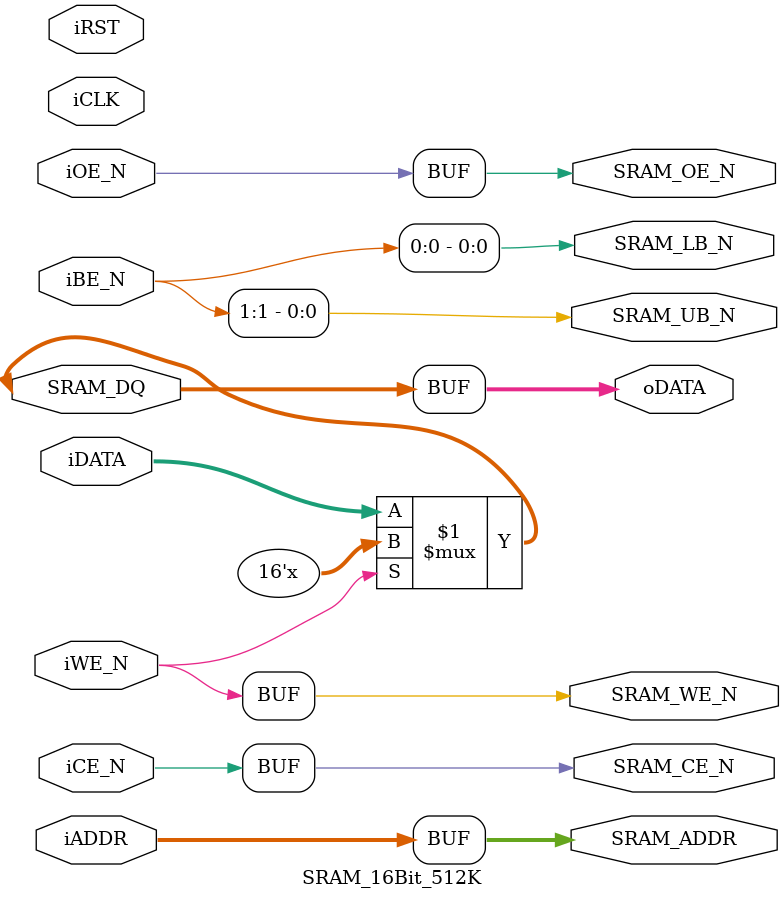
<source format=v>
module	SRAM_16Bit_512K(//	Host Data
						oDATA,iDATA,iADDR,
						iWE_N,iOE_N,
						iCE_N,iCLK, iRST,
						iBE_N,
						//	SRAM
						SRAM_DQ,
						SRAM_ADDR,
						SRAM_UB_N,
						SRAM_LB_N,
						SRAM_WE_N,
						SRAM_CE_N,
						SRAM_OE_N
						);
//	Host Side
input	[15:0]	iDATA;
output	[15:0]	oDATA;
input	[17:0]	iADDR;
input			iWE_N,iOE_N;
input			iCE_N,iCLK, iRST;
input	[1:0]	iBE_N;
//	SRAM Side
inout	[15:0]	SRAM_DQ;
output	[17:0]	SRAM_ADDR;
output			SRAM_UB_N,
				SRAM_LB_N,
				SRAM_WE_N,
				SRAM_CE_N,
				SRAM_OE_N;

assign	SRAM_DQ 	=	SRAM_WE_N ? 16'hzzzz : iDATA;
assign	oDATA		=	SRAM_DQ;
assign	SRAM_ADDR	=	iADDR;
assign	SRAM_WE_N	=	iWE_N;
assign	SRAM_OE_N	=	iOE_N;
assign	SRAM_CE_N	=	iCE_N;
assign	SRAM_UB_N	=	iBE_N[1];
assign	SRAM_LB_N	=	iBE_N[0];

endmodule
</source>
